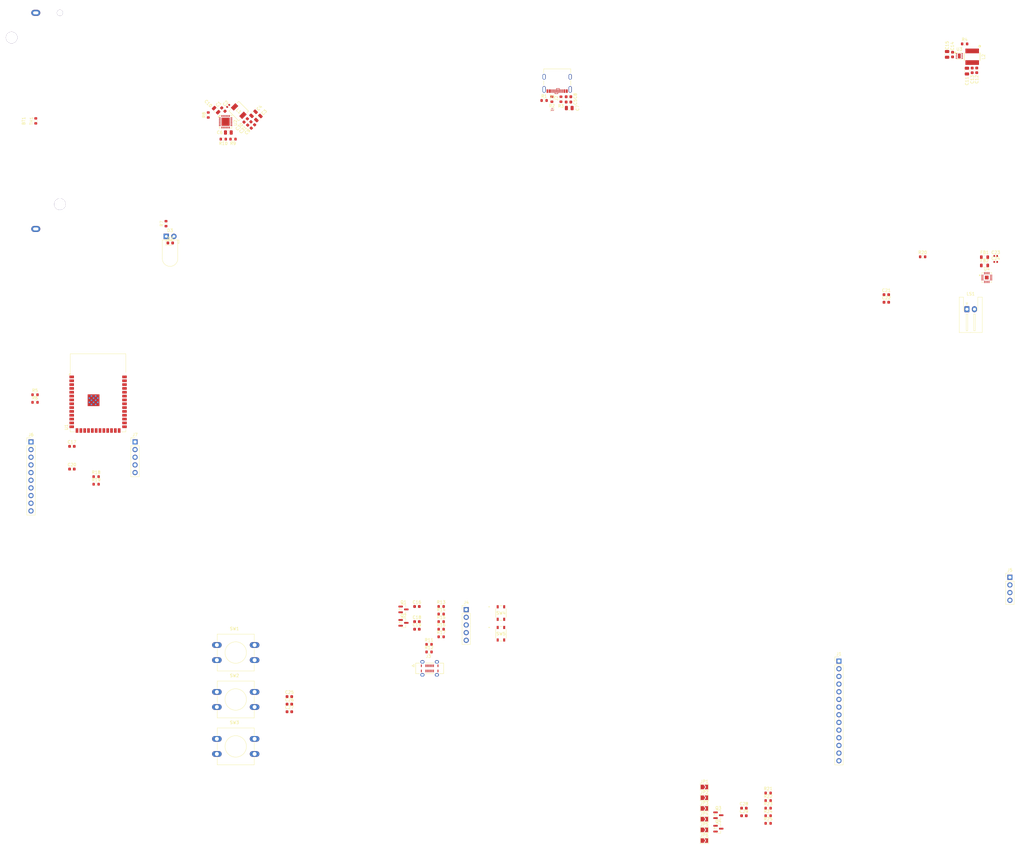
<source format=kicad_pcb>
(kicad_pcb (version 20241229) (generator "pcbnew") (generator_version "9.0")
  (layers (0 "F.Cu" signal) (2 "B.Cu" signal) (13 "F.Paste" user) (15 "B.Paste" user) (5 "F.SilkS" user "F.Silkscreen") (7 "B.SilkS" user "B.Silkscreen") (1 "F.Mask" user) (3 "B.Mask" user) (25 "Edge.Cuts" user))
  (net 0 "")
  (net 1 "BAT")
  (net 2 "DTR")
  (net 3 "REGN")
  (net 4 "Net-(C2-Pad2)")
  (net 5 "Net-(U2-BTST)")
  (net 6 "SYS")
  (net 7 "VUSB")
  (net 8 "PMID")
  (net 9 "+3.3V")
  (net 10 "EN")
  (net 11 "IO0")
  (net 12 "Net-(C23-Pad1)")
  (net 13 "Net-(C24-Pad1)")
  (net 14 "SW3")
  (net 15 "SW2")
  (net 16 "SW1")
  (net 17 "TFT_LED")
  (net 18 "D-")
  (net 19 "D+")
  (net 21 "Net-(D2-K)")
  (net 22 "Net-(U4-OUTP)")
  (net 23 "Net-(U4-OUTN)")
  (net 24 "TFT_IRQ")
  (net 25 "MISO")
  (net 26 "TFT_T_CS")
  (net 27 "SCK")
  (net 28 "TFT_DC")
  (net 29 "MOSI")
  (net 30 "TFT_CS")
  (net 31 "TFT_RESET")
  (net 32 "Net-(J2-CC1)")
  (net 34 "Net-(J2-CC2)")
  (net 36 "Net-(J2-SHIELD)")
  (net 37 "Net-(J3-SHIELD1)")
  (net 40 "ESP32_D-")
  (net 44 "ESP32_D+")
  (net 45 "Net-(J3-CC1)")
  (net 47 "Net-(J3-CC2)")
  (net 48 "RX")
  (net 49 "TX")
  (net 50 "/Logic/SCL")
  (net 51 "/Logic/SDA")
  (net 52 "Net-(J6-Pin_5)")
  (net 53 "Net-(J6-Pin_8)")
  (net 54 "Net-(J6-Pin_9)")
  (net 55 "Net-(J6-Pin_6)")
  (net 56 "Net-(J6-Pin_2)")
  (net 57 "Net-(J6-Pin_3)")
  (net 58 "Net-(J6-Pin_7)")
  (net 59 "Net-(J6-Pin_4)")
  (net 60 "Net-(J6-Pin_1)")
  (net 61 "Net-(J7-Pin_5)")
  (net 62 "Net-(J7-Pin_3)")
  (net 63 "Net-(J7-Pin_2)")
  (net 64 "Net-(J7-Pin_1)")
  (net 65 "Net-(J7-Pin_4)")
  (net 66 "Net-(JP1-A)")
  (net 67 "Net-(JP1-B)")
  (net 68 "Net-(JP2-A)")
  (net 69 "Net-(JP3-A)")
  (net 70 "Net-(JP5-B)")
  (net 71 "Net-(JP6-B)")
  (net 72 "Net-(U3-SW)")
  (net 73 "Net-(Q1-B)")
  (net 74 "Net-(Q2-B)")
  (net 75 "Net-(Q3-G)")
  (net 76 "Net-(Q4-G)")
  (net 77 "Net-(U3-PG)")
  (net 78 "Net-(U2-STAT)")
  (net 79 "DSEL")
  (net 80 "TS")
  (net 81 "Net-(U1-USB_D-)")
  (net 82 "Net-(U1-USB_D+)")
  (net 83 "SD")
  (net 85 "LRCLK")
  (net 86 "DIN")
  (net 87 "BCLK")
  (net 95 "GND")
  (net 96 "RTS")
  (footprint "Resistor_SMD:R_0603_1608Metric" (layer "F.Cu") (at 76.55 152.19)
    (property "Reference" "R11")
    (property "Value" "10k")
  )
  (footprint "Capacitor_SMD:C_0603_1608Metric" (layer "F.Cu") (at 122.75 -29.25)
    (property "Reference" "C8")
    (property "Value" "0.1uF")
  )
  (footprint "Capacitor_SMD:C_0603_1608Metric" (layer "F.Cu") (at 250 -43.225 -90)
    (property "Reference" "C14")
    (property "Value" "0.1uF")
  )
  (footprint "Connector_PinHeader_2.54mm:PinHeader_1x05_P2.54mm_Vertical" (layer "F.Cu") (at -20.85 85.11)
    (property "Reference" "J7")
    (property "Value" "Conn_01x05")
  )
  (footprint "easyeda2kicad:SLP1007N5T_L1.0-W0.7-P0.35-BL" (layer "F.Cu") (at 117.4 -25.03)
    (property "Reference" "D1")
    (property "Value" "RCLAMP7522T.TNT")
  )
  (footprint "Capacitor_SMD:C_0603_1608Metric" (layer "F.Cu") (at 30.275 174.51)
    (property "Reference" "C27")
    (property "Value" "0.1uF")
  )
  (footprint "Extra:AMPHENOL_10155435-00011LF" (layer "F.Cu") (at 119 -35.86 180)
    (property "Reference" "J2")
    (property "Value" "10155435-00011LF")
  )
  (footprint "Extra:MOLEX_2171820001" (layer "F.Cu") (at 76.75 160.135)
    (property "Reference" "J3")
    (property "Value" "2171820001")
    (fp_line (start 3.65 -0.26) (end 3.85 -0.26) (stroke (width 0.01)) (layer "Edge.Cuts"))
    (fp_line (start 3.85 0.26) (end 3.65 0.26) (stroke (width 0.01)) (layer "Edge.Cuts"))
    (fp_arc (start 3.39 0) (mid 3.466152 -0.183848) (end 3.65 -0.26) (stroke (width 0.01)) (layer "Edge.Cuts"))
    (fp_arc (start 3.65 0.26) (mid 3.466152 0.183848) (end 3.39 0) (stroke (width 0.01)) (layer "Edge.Cuts"))
    (fp_arc (start 3.85 -0.26) (mid 4.033848 -0.183848) (end 4.11 0) (stroke (width 0.01)) (layer "Edge.Cuts"))
    (fp_arc (start 4.11 0) (mid 4.033848 0.183848) (end 3.85 0.26) (stroke (width 0.01)) (layer "Edge.Cuts"))
  )
  (footprint "Button_Switch_THT:SW_PUSH-12mm" (layer "F.Cu") (at 6.25 152.4)
    (property "Reference" "SW1")
    (property "Value" "SW_Push")
  )
  (footprint "Capacitor_SMD:C_0603_1608Metric" (layer "F.Cu") (at 122.75 -27.5)
    (property "Reference" "C5")
    (property "Value" "1uF")
  )
  (footprint "Connector_PinHeader_2.54mm:PinHeader_1x14_P2.54mm_Vertical" (layer "F.Cu") (at 212.355 157.73)
    (property "Reference" "J1")
    (property "Value" "Conn_01x14")
  )
  (footprint "Resistor_SMD:R_0603_1608Metric" (layer "F.Cu") (at 120.25 -28.425 90)
    (property "Reference" "R3")
    (property "Value" "5.1k")
  )
  (footprint "Resistor_SMD:R_0603_1608Metric" (layer "F.Cu") (at 117.25 -28.425 -90)
    (property "Reference" "R2")
    (property "Value" "5.1k")
  )
  (footprint "Resistor_SMD:R_0603_1608Metric" (layer "F.Cu") (at 80.56 149.68)
    (property "Reference" "R17")
    (property "Value" "1M")
  )
  (footprint "Resistor_SMD:R_0603_1608Metric" (layer "F.Cu") (at 76.55 154.7)
    (property "Reference" "R12")
    (property "Value" "10k")
  )
  (footprint "Package_TO_SOT_SMD:SOT-23" (layer "F.Cu") (at 172.405 208.8)
    (property "Reference" "Q3")
    (property "Value" "AO3400A")
  )
  (footprint "Extra:SW4_SKRPABE010_ALPS" (layer "F.Cu") (at 100.3702 141.8109)
    (property "Reference" "SW4")
    (property "Value" "SW_Push")
  )
  (footprint "Inductor_SMD:L_0805_2012Metric" (layer "F.Cu") (at 260.59 23.9)
    (property "Reference" "FB1")
    (property "Value" "BLM21PG221SN1D")
  )
  (footprint "LED_THT:LED_D5.0mm_Horizontal_O1.27mm_Z3.0mm" (layer "F.Cu") (at -10.525 17.015)
    (property "Reference" "D3")
    (property "Value" "LED")
  )
  (footprint "easyeda2kicad:QFN-24_L4.0-W4.0-P0.50-TL-EP2.7" (layer "F.Cu") (at 9.145 -20.955)
    (property "Reference" "U2")
    (property "Value" "BQ25895RTWR")
  )
  (footprint "Connector_JST:JST_XH_S2B-XH-A-1_1x02_P2.50mm_Horizontal" (layer "F.Cu") (at 254.75 41.15)
    (property "Reference" "LS1")
    (property "Value" "Speaker")
  )
  (footprint "Extra:SW4_SKRPABE010_ALPS" (layer "F.Cu") (at 100.3702 148.6627)
    (property "Reference" "SW5")
    (property "Value" "SW_Push")
  )
  (footprint "Connector_PinHeader_2.54mm:PinHeader_1x05_P2.54mm_Vertical" (layer "F.Cu") (at 88.87 140.68)
    (property "Reference" "J4")
    (property "Value" "Conn_01x05")
  )
  (footprint "Capacitor_SMD:C_0603_1608Metric" (layer "F.Cu") (at 180.875 208.97)
    (property "Reference" "C29")
    (property "Value" "0.1uF")
  )
  (footprint "Resistor_SMD:R_0603_1608Metric" (layer "F.Cu") (at 3.4 -23.2 -90)
    (property "Reference" "R8")
    (property "Value" "10k")
  )
  (footprint "Resistor_SMD:R_0603_1608Metric" (layer "F.Cu") (at 8.375 -15.2 180)
    (property "Reference" "R10")
    (property "Value" "30.1k")
  )
  (footprint "LED_SMD:LED_0603_1608Metric" (layer "F.Cu") (at -9.1875 19.2)
    (property "Reference" "D2")
    (property "Value" "LED")
  )
  (footprint "Resistor_SMD:R_0603_1608Metric" (layer "F.Cu") (at 188.895 201.44)
    (property "Reference" "R21")
    (property "Value" "100k")
  )
  (footprint "Capacitor_SMD:C_0603_1608Metric" (layer "F.Cu") (at 72.54 139.64)
    (property "Reference" "C16")
    (property "Value" "0.1uF")
  )
  (footprint "Resistor_SMD:R_0603_1608Metric" (layer "F.Cu") (at 80.56 144.66)
    (property "Reference" "R15")
    (property "Value" "5.1k")
  )
  (footprint "RF_Module:ESP32-S3-WROOM-1" (layer "F.Cu") (at -33.1 68.84)
    (property "Reference" "U1")
    (property "Value" "ESP32-S3-WROOM-1")
  )
  (footprint "Capacitor_SMD:C_0805_2012Metric" (layer "F.Cu") (at 18.4 -23.6 45)
    (property "Reference" "C4")
    (property "Value" "10uF")
  )
  (footprint "Resistor_SMD:R_0603_1608Metric" (layer "F.Cu") (at -54 69.49)
    (property "Reference" "R5")
    (property "Value" "4.7k")
  )
  (footprint "Capacitor_SMD:C_0603_1608Metric" (layer "F.Cu") (at 72.54 144.66)
    (property "Reference" "C18")
    (property "Value" "0.1uF")
  )
  (footprint "Resistor_SMD:R_0603_1608Metric" (layer "F.Cu") (at 80.56 139.64)
    (property "Reference" "R13")
    (property "Value" "10k")
  )
  (footprint "Resistor_SMD:R_0603_1608Metric" (layer "F.Cu") (at 11.6 -15.2 180)
    (property "Reference" "R9")
    (property "Value" "5.23k")
  )
  (footprint "Resistor_SMD:R_0603_1608Metric" (layer "F.Cu") (at 188.895 211.48)
    (property "Reference" "R25")
    (property "Value" "100k")
  )
  (footprint "Connector_PinHeader_2.54mm:PinHeader_1x10_P2.54mm_Vertical" (layer "F.Cu") (at -55.33 85.11)
    (property "Reference" "J6")
    (property "Value" "Conn_01x10")
  )
  (footprint "Jumper:SolderJumper-2_P1.3mm_Open_TrianglePad1.0x1.5mm" (layer "F.Cu") (at 167.775 213.65)
    (property "Reference" "JP5")
    (property "Value" "SolderJumper_2_Open")
  )
  (footprint "Capacitor_SMD:C_0603_1608Metric" (layer "F.Cu") (at 30.275 172)
    (property "Reference" "C26")
    (property "Value" "0.1uF")
  )
  (footprint "Capacitor_SMD:C_0603_1608Metric" (layer "F.Cu") (at 15.8 -21.4 45)
    (property "Reference" "C30")
    (property "Value" "0.1uF")
  )
  (footprint "Package_DFN_QFN:TQFN-16-1EP_3x3mm_P0.5mm_EP1.23x1.23mm" (layer "F.Cu") (at 261.325 30.65)
    (property "Reference" "U4")
    (property "Value" "MAX98357A")
  )
  (footprint "Jumper:SolderJumper-2_P1.3mm_Open_TrianglePad1.0x1.5mm" (layer "F.Cu") (at 167.775 203)
    (property "Reference" "JP2")
    (property "Value" "SolderJumper_2_Open")
  )
  (footprint "Extra:SOT-23-231" (layer "F.Cu") (at 68.08 140.61)
    (property "Reference" "Q1")
    (property "Value" "NPN")
  )
  (footprint "Capacitor_SMD:C_0805_2012Metric" (layer "F.Cu") (at 10.05 -17.4 180)
    (property "Reference" "C6")
    (property "Value" "10uF")
  )
  (footprint "easyeda2kicad:WSON-8_L2.0-W2.0-P0.50-TL-EP" (layer "F.Cu") (at 252.25 -42.75)
    (property "Reference" "U3")
    (property "Value" "TPS62162DSG")
  )
  (footprint "Button_Switch_THT:SW_PUSH-12mm" (layer "F.Cu") (at 6.25 167.95)
    (property "Reference" "SW2")
    (property "Value" "SW_Push")
  )
  (footprint "Capacitor_SMD:C_0603_1608Metric" (layer "F.Cu") (at 228.06 36.33)
    (property "Reference" "C21")
    (property "Value" "1uF")
  )
  (footprint "Button_Switch_THT:SW_PUSH-12mm" (layer "F.Cu") (at 6.25 183.5)
    (property "Reference" "SW3")
    (property "Value" "SW_Push")
  )
  (footprint "Capacitor_SMD:C_0603_1608Metric" (layer "F.Cu") (at 18.2 -19.4 45)
    (property "Reference" "C9")
    (property "Value" "4.7uF")
  )
  (footprint "Capacitor_SMD:C_0805_2012Metric" (layer "F.Cu") (at 20 -22.2 45)
    (property "Reference" "C3")
    (property "Value" "10uF")
  )
  (footprint "Resistor_SMD:R_0603_1608Metric" (layer "F.Cu") (at 188.895 206.46)
    (property "Reference" "R23")
    (property "Value" "100k")
  )
  (footprint "Capacitor_SMD:C_0603_1608Metric" (layer "F.Cu") (at 180.875 206.46)
    (property "Reference" "C28")
    (property "Value" "10uF")
  )
  (footprint "Jumper:SolderJumper-2_P1.3mm_Open_TrianglePad1.0x1.5mm" (layer "F.Cu") (at 167.775 206.55)
    (property "Reference" "JP3")
    (property "Value" "SolderJumper_2_Open")
  )
  (footprint "Jumper:SolderJumper-2_P1.3mm_Open_TrianglePad1.0x1.5mm" (layer "F.Cu") (at 167.775 217.2)
    (property "Reference" "JP6")
    (property "Value" "SolderJumper_2_Open")
  )
  (footprint "Capacitor_SMD:C_0402_1005Metric" (layer "F.Cu") (at 264.3 25.48)
    (property "Reference" "C24")
    (property "Value" "220pF")
  )
  (footprint "Resistor_SMD:R_0603_1608Metric" (layer "F.Cu") (at 80.56 147.17)
    (property "Reference" "R16")
    (property "Value" "5.1k")
  )
  (footprint "Resistor_SMD:R_0603_1608Metric" (layer "F.Cu") (at 254 -46.75)
    (property "Reference" "R4")
    (property "Value" "100k")
  )
  (footprint "Resistor_SMD:R_0603_1608Metric" (layer "F.Cu") (at 188.895 208.97)
    (property "Reference" "R24")
    (property "Value" "100")
  )
  (footprint "Capacitor_SMD:C_0402_1005Metric" (layer "F.Cu") (at 264.3 23.51)
    (property "Reference" "C23")
    (property "Value" "220pF")
  )
  (footprint "Capacitor_SMD:C_0805_2012Metric" (layer "F.Cu") (at 248.185 -43.28 -90)
    (property "Reference" "C15")
    (property "Value" "10uF")
  )
  (footprint "Resistor_SMD:R_0603_1608Metric" (layer "F.Cu") (at 80.56 142.15)
    (property "Reference" "R14")
    (property "Value" "10k")
  )
  (footprint "Capacitor_SMD:C_0805_2012Metric" (layer "F.Cu") (at 6 -24.8 -45)
    (property "Reference" "C10")
    (property "Value" "10uF")
  )
  (footprint "Capacitor_SMD:C_0603_1608Metric" (layer "F.Cu") (at 256.5 -37.975 -90)
    (property "Reference" "C13")
    (property "Value" "0.1uF")
  )
  (footprint "Capacitor_SMD:C_0603_1608Metric" (layer "F.Cu") (at 228.06 38.84)
    (property "Reference" "C22")
    (property "Value" "0.1uF")
  )
  (footprint "Resistor_SMD:R_0603_1608Metric" (layer "F.Cu") (at -53.75 -21.25 90)
    (property "Reference" "TH1")
    (property "Value" "10k")
  )
  (footprint "Resistor_SMD:R_0603_1608Metric" (layer "F.Cu") (at 188.895 203.95)
    (property "Reference" "R22")
    (property "Value" "100")
  )
  (footprint "Capacitor_SMD:C_0603_1608Metric" (layer "F.Cu") (at 8.4 -25 -45)
    (property "Reference" "C1")
    (property "Value" "4.7uF")
  )
  (footprint "Capacitor_SMD:C_0603_1608Metric" (layer "F.Cu") (at 30.275 169.49)
    (property "Reference" "C25")
    (property "Value" "0.1uF")
  )
  (footprint "Resistor_SMD:R_0603_1608Metric" (layer "F.Cu") (at -33.75 96.62)
    (property "Reference" "R18")
    (property "Value" "22")
  )
  (footprint "Capacitor_SMD:C_0603_1608Metric" (layer "F.Cu") (at 72.54 147.17)
    (property "Reference" "C19")
    (property "Value" "0.1uF")
  )
  (footprint "Resistor_SMD:R_0603_1608Metric" (layer "F.Cu") (at 114.675 -28)
    (property "Reference" "R1")
    (property "Value" "1M")
  )
  (footprint "Jumper:SolderJumper-2_P1.3mm_Open_TrianglePad1.0x1.5mm" (layer "F.Cu") (at 167.775 210.1)
    (property "Reference" "JP4")
    (property "Value" "SolderJumper_2_Open")
  )
  (footprint "Capacitor_SMD:C_0603_1608Metric" (layer "F.Cu") (at -41.77 86.58)
    (property "Reference" "C17")
    (property "Value" "0.1uF")
  )
  (footprint "Extra:IND_SRP4020TA_BRN" (layer "F.Cu") (at 13.5 -24.5 -45)
    (property "Reference" "L1")
    (property "Value" "2.2uH")
  )
  (footprint "Capacitor_SMD:C_0402_1005Metric" (layer "F.Cu") (at 10 -26.2 45)
    (property "Reference" "C2")
    (property "Value" "47nF")
  )
  (footprint "Package_TO_SOT_SMD:SOT-23" (layer "F.Cu") (at 172.405 213.25)
    (property "Reference" "Q4")
    (property "Value" "AO3401A")
  )
  (footprint "Capacitor_SMD:C_0805_2012Metric" (layer "F.Cu") (at 254.76 -37.75 -90)
    (property "Reference" "C11")
    (property "Value" "22uF")
  )
  (footprint "Inductor_SMD:L_0805_2012Metric" (layer "F.Cu") (at 260.59 26.65)
    (property "Reference" "FB2")
    (property "Value" "BLM21PG221SN1D")
  )
  (footprint "Capacitor_SMD:C_0603_1608Metric" (layer "F.Cu") (at 258.01 -38 -90)
    (property "Reference" "C12")
    (property "Value" "1uF")
  )
  (footprint "Resistor_SMD:R_0603_1608Metric" (layer "F.Cu") (at -10.6 12.8 90)
    (property "Reference" "R7")
    (property "Value" "2.2k")
  )
  (footprint "Capacitor_SMD:C_0603_1608Metric" (layer "F.Cu") (at -41.77 94.11)
    (property "Reference" "C20")
    (property "Value" "1uF")
  )
  (footprint "Resistor_SMD:R_0603_1608Metric" (layer "F.Cu") (at -54 72)
    (property "Reference" "R6")
    (property "Value" "4.7k")
  )
  (footprint "Jumper:SolderJumper-2_P1.3mm_Open_TrianglePad1.0x1.5mm" (layer "F.Cu") (at 167.775 199.45)
    (property "Reference" "JP1")
    (property "Value" "SolderJumper_2_Open")
  )
  (footprint "Extra:SOT-23-231" (layer "F.Cu") (at 68.08 145.06)
    (property "Reference" "Q2")
    (property "Value" "NPN")
  )
  (footprint "Resistor_SMD:R_0603_1608Metric" (layer "F.Cu") (at 240.09 23.78)
    (property "Reference" "R20")
    (property "Value" "10k")
  )
  (footprint "Resistor_SMD:R_0603_1608Metric" (layer "F.Cu") (at -33.75 99.13)
    (property "Reference" "R19")
    (property "Value" "22")
  )
  (footprint "Extra:WE-LQS_5040" (layer "F.Cu") (at 256.5 -42.5 90)
    (property "Reference" "L2")
    (property "Value" "2.2uH")
  )
  (footprint "Capacitor_SMD:C_0603_1608Metric" (layer "F.Cu") (at 17 -20.4 -135)
    (property "Reference" "C31")
    (property "Value" "1uF")
  )
  (footprint "Capacitor_SMD:C_0805_2012Metric" (layer "F.Cu") (at 123 -25.5)
    (property "Reference" "C7")
    (property "Value" "10uF")
  )
  (footprint "Connector_PinHeader_2.54mm:PinHeader_1x04_P2.54mm_Vertical" (layer "F.Cu") (at 269 129.96)
    (property "Reference" "J5")
    (property "Value" "Conn_01x04")
  )
  (footprint "easyeda2kicad:BAT-TH_1043P" (layer "F.Cu") (at -53.75 -21.25 90)
    (property "Reference" "BT1")
    (property "Value" "Battery_Cell")
  )
  (segment (start 118.75 -31.115) (end 118.75 -31.892) (width 0.15) (layer "F.Cu") (net 18))
  (segment (start 119.676 -31.966) (end 119.75 -31.892) (width 0.15) (layer "F.Cu") (net 18))
  (segment (start 118.75 -31.892) (end 118.824 -31.966) (width 0.15) (layer "F.Cu") (net 18))
  (segment (start 119.75 -31.892) (end 119.75 -31.115) (width 0.15) (layer "F.Cu") (net 18))
  (segment (start 118.824 -31.966) (end 119.676 -31.966) (width 0.15) (layer "F.Cu") (net 18))
  (segment (start 118.25 -31.115) (end 118.25 -30.338) (width 0.15) (layer "F.Cu") (net 19))
  (segment (start 118.25 -30.338) (end 118.324 -30.264) (width 0.15) (layer "F.Cu") (net 19))
  (segment (start 119.176 -30.264) (end 119.25 -30.338) (width 0.15) (layer "F.Cu") (net 19))
  (segment (start 119.25 -30.338) (end 119.25 -31.115) (width 0.15) (layer "F.Cu") (net 19))
  (segment (start 118.324 -30.264) (end 119.176 -30.264) (width 0.15) (layer "F.Cu") (net 19))
)
</source>
